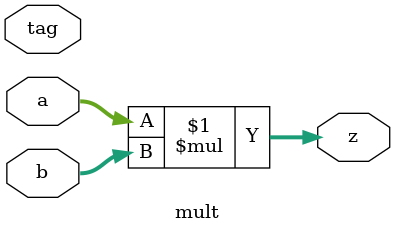
<source format=v>
module mult (
    input  [15:0] a, 
    input  [15:0] b, 
    input  [15:0] tag,
    output [15:0] z
);
    assign z = a * b;
endmodule
</source>
